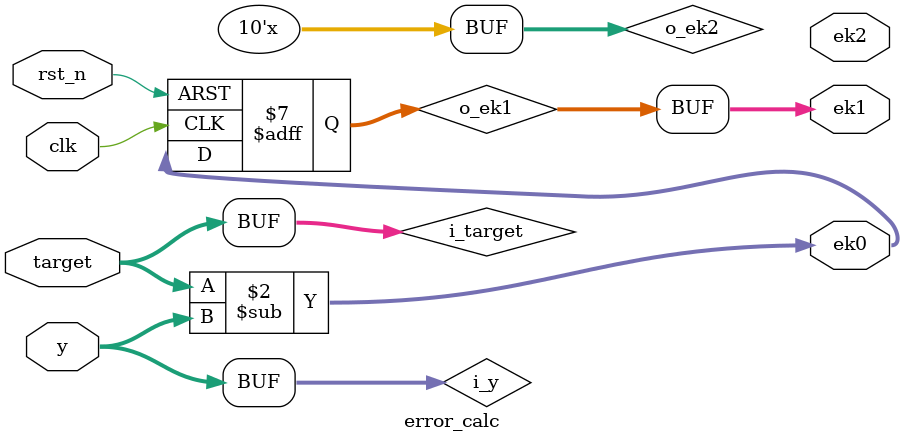
<source format=v>
module error_calc (
//system signals
	 input clk,                                       // clock signal
	 input rst_n,                                     // reset signal, active low
	 input [9:0] target,                   // target value
	 input [9:0] y,                        // actual output value
	output wire signed [9:0] ek0,                // e(k)
	output  [9:0] ek1,              // e(k-1)
	output  [9:0] ek2               // e(k-2)
);

reg signed [9:0] i_target;
reg signed [9:0] i_y;
reg signed [9:0] o_ek1;
reg signed [9:0] o_ek2;

always @ (*) 
begin
i_target = target;
i_y = y;
o_ek1 = ek1;
o_ek2 = o_ek2;
end

assign ek0 = i_target - i_y;                             // calculate e(k)

always @ (posedge clk or negedge rst_n) begin
	 if(!rst_n) begin                                 // Initialize the error value
		o_ek1 <= 10'd0;
		o_ek2 <= 10'd0;
	 end 	
	 else begin
		 o_ek1 <= ek0;                                   // Delay one clock cycle to get e(k-1)
	 end	   
end
 
always @ (posedge clk ) begin
	 o_ek2 <= o_ek1;                                     // Delay one more clock cycle to get e(k-2)  
end

endmodule
</source>
